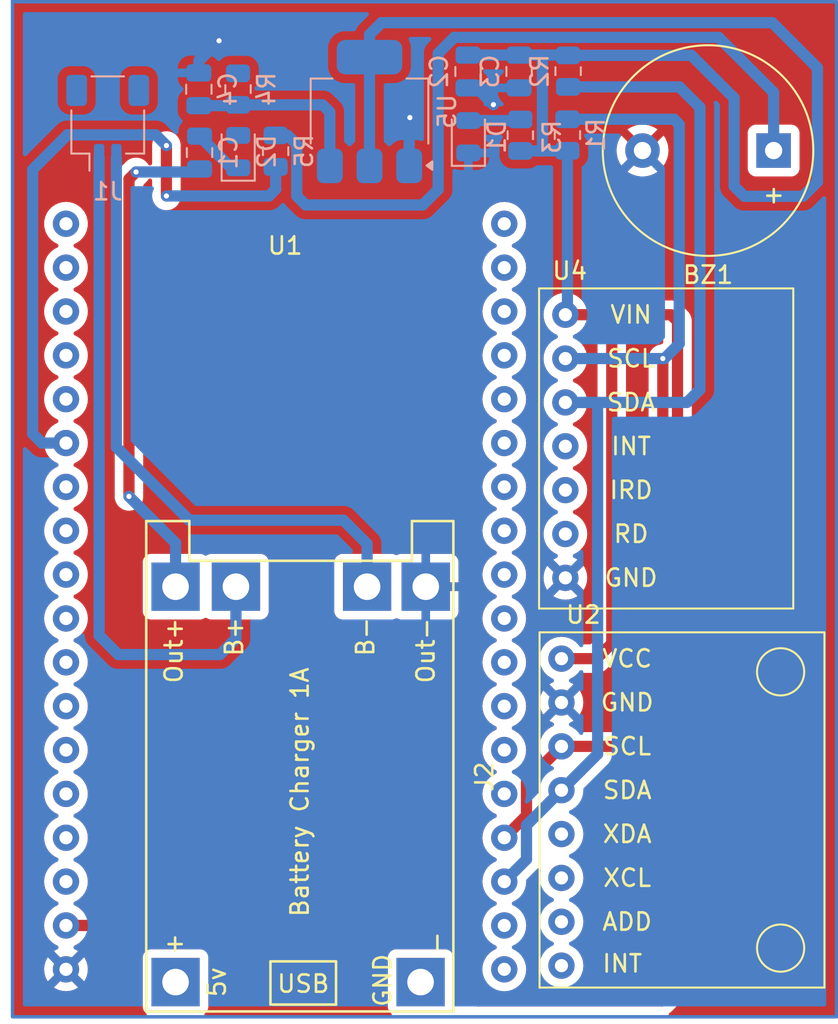
<source format=kicad_pcb>
(kicad_pcb (version 20240108) (generator "pcbnew") (generator_version "8.0")
  (layers (0 "F.Cu" signal) (31 "B.Cu" signal) (34 "B.Paste" user) (35 "F.Paste" user) (36 "B.SilkS" user "B.Silkscreen") (37 "F.SilkS" user "F.Silkscreen") (38 "B.Mask" user) (39 "F.Mask" user) (44 "Edge.Cuts" user))
  (net 0 "")
  (net 1 "+5V")
  (net 2 "GND_IN")
  (net 3 "+3.3V")
  (net 4 "Net-(D1-A)")
  (net 5 "SCL")
  (net 6 "SDA")
  (net 45 "Net-(D2-A)")
  (net 46 "Net-(BZ1-+)")
  (net 47 "Buzzer")
  (net 48 "OUT+")
  (net 49 "BAT+")
  (net 50 "BAT-")
  (net 51 "GND_OUT")
  (footprint "Buzzer_Beeper:Buzzer_12x9.5RM7.6" (layer "F.Cu") (at 112.07 62.65 180)
    (property "Reference" "BZ1" (at 3.8 -7.2 0) (layer "F.SilkS"))
    (property "Value" "Buzzer")
    (fp_circle (center 3.8 0) (end 9.9 0) (stroke (width 0.12)) (fill none) (layer "F.SilkS"))
    (fp_text user "+" (at -0.01 -2.54 0) (layer "F.SilkS"))
    (pad "1" thru_hole rect (at 0 0 180) (size 2 2) (drill 1) (layers "*.Cu" "*.Mask") (net 46 "Net-(BZ1-+)"))
    (pad "2" thru_hole circle (at 7.6 0 180) (size 2 2) (drill 1) (layers "*.Cu" "*.Mask") (net 51 "GND_OUT"))
  )
  (footprint "usini_sensors:module_mpu6050" (layer "F.Cu") (at 99.775 109.857)
    (property "Reference" "U2" (at 1.27 -20.32 0) (layer "F.SilkS"))
    (property "Value" "module_mpu6050")
    (fp_line (start -1.27 -19.304) (end 15.24 -19.304) (stroke (width 0.12)) (layer "F.SilkS"))
    (fp_line (start -1.27 1.27) (end -1.27 -19.304) (stroke (width 0.12)) (layer "F.SilkS"))
    (fp_line (start 15.24 -19.304) (end 15.24 1.27) (stroke (width 0.12)) (layer "F.SilkS"))
    (fp_line (start 15.24 1.27) (end -1.27 1.27) (stroke (width 0.12)) (layer "F.SilkS"))
    (fp_circle (center 12.7 -17.018) (end 13.208 -15.748) (stroke (width 0.12)) (fill none) (layer "F.SilkS"))
    (fp_circle (center 12.7 -1.016) (end 13.208 0.254) (stroke (width 0.12)) (fill none) (layer "F.SilkS"))
    (fp_text user "GND" (at 3.81 -15.24 0) (layer "F.SilkS"))
    (fp_text user "XCL" (at 3.81 -5.08 0) (layer "F.SilkS"))
    (fp_text user "XDA" (at 3.81 -7.62 0) (layer "F.SilkS"))
    (fp_text user "SDA" (at 3.81 -10.16 0) (layer "F.SilkS"))
    (fp_text user "ADD" (at 3.81 -2.54 0) (layer "F.SilkS"))
    (fp_text user "SCL" (at 3.81 -12.7 0) (layer "F.SilkS"))
    (fp_text user "VCC" (at 3.81 -17.78 0) (layer "F.SilkS"))
    (fp_text user "INT" (at 3.525 -0.117 0) (layer "F.SilkS"))
    (pad "1" thru_hole circle (at 0 -17.78) (size 1.524 1.524) (drill 0.762) (layers "*.Cu" "*.Mask") (net 3 "+3.3V"))
    (pad "2" thru_hole circle (at 0 -15.24) (size 1.524 1.524) (drill 0.762) (layers "*.Cu" "*.Mask") (net 51 "GND_OUT"))
    (pad "3" thru_hole circle (at 0 -12.7) (size 1.524 1.524) (drill 0.762) (layers "*.Cu" "*.Mask") (net 5 "SCL"))
    (pad "4" thru_hole circle (at 0 -10.16) (size 1.524 1.524) (drill 0.762) (layers "*.Cu" "*.Mask") (net 6 "SDA"))
    (pad "5" thru_hole circle (at 0 -7.62) (size 1.524 1.524) (drill 0.762) (layers "*.Cu" "*.Mask"))
    (pad "6" thru_hole circle (at 0 -5.08) (size 1.524 1.524) (drill 0.762) (layers "*.Cu" "*.Mask"))
    (pad "7" thru_hole circle (at 0 -2.54) (size 1.524 1.524) (drill 0.762) (layers "*.Cu" "*.Mask"))
    (pad "8" thru_hole circle (at 0 0) (size 1.524 1.524) (drill 0.762) (layers "*.Cu" "*.Mask"))
  )
  (footprint "usini_sensors:module_max30102" (layer "F.Cu") (at 97.461 89.937)
    (property "Reference" "U4" (at 2.794 -20.32 0) (layer "F.SilkS"))
    (property "Value" "module_max30102")
    (fp_line (start 1.016 -19.304) (end 15.748 -19.304) (stroke (width 0.12)) (layer "F.SilkS"))
    (fp_line (start 1.016 -0.762) (end 1.016 -19.304) (stroke (width 0.12)) (layer "F.SilkS"))
    (fp_line (start 15.748 -19.304) (end 15.748 -0.762) (stroke (width 0.12)) (layer "F.SilkS"))
    (fp_line (start 15.748 -0.762) (end 1.016 -0.762) (stroke (width 0.12)) (layer "F.SilkS"))
    (fp_text user "SDA" (at 6.35 -12.7 0) (layer "F.SilkS"))
    (fp_text user "VIN" (at 6.35 -17.78 0) (layer "F.SilkS"))
    (fp_text user "IRD" (at 6.35 -7.62 0) (layer "F.SilkS"))
    (fp_text user "GND" (at 6.35 -2.54 0) (layer "F.SilkS"))
    (fp_text user "RD" (at 6.35 -5.08 0) (layer "F.SilkS"))
    (fp_text user "SCL" (at 6.35 -15.24 0) (layer "F.SilkS"))
    (fp_text user "INT" (at 6.35 -10.16 0) (layer "F.SilkS"))
    (pad "1" thru_hole circle (at 2.54 -17.78) (size 1.524 1.524) (drill 0.762) (layers "*.Cu" "*.Mask") (net 3 "+3.3V"))
    (pad "2" thru_hole circle (at 2.54 -15.24) (size 1.524 1.524) (drill 0.762) (layers "*.Cu" "*.Mask") (net 5 "SCL"))
    (pad "3" thru_hole circle (at 2.54 -12.7) (size 1.524 1.524) (drill 0.762) (layers "*.Cu" "*.Mask") (net 6 "SDA"))
    (pad "4" thru_hole circle (at 2.54 -10.16) (size 1.524 1.524) (drill 0.762) (layers "*.Cu" "*.Mask"))
    (pad "5" thru_hole circle (at 2.54 -7.62) (size 1.524 1.524) (drill 0.762) (layers "*.Cu" "*.Mask"))
    (pad "6" thru_hole circle (at 2.54 -5.08) (size 1.524 1.524) (drill 0.762) (layers "*.Cu" "*.Mask"))
    (pad "7" thru_hole circle (at 2.54 -2.54) (size 1.524 1.524) (drill 0.762) (layers "*.Cu" "*.Mask") (net 51 "GND_OUT"))
  )
  (footprint "doit-esp32-devkit-kicad-master:ESP32-DOIT-DEVKIT" (layer "F.Cu") (at 83.76 64.35)
    (property "Reference" "U1" (at 0 3.81 0) (layer "F.SilkS"))
    (property "Value" "DOIT-ESP32-DEVKIT-V1")
    (pad "1" thru_hole circle (at -12.7 2.54) (size 1.524 1.524) (drill 0.762) (layers "*.Cu" "*.Mask"))
    (pad "2" thru_hole circle (at -12.7 5.08) (size 1.524 1.524) (drill 0.762) (layers "*.Cu" "*.Mask"))
    (pad "3" thru_hole circle (at -12.7 7.62) (size 1.524 1.524) (drill 0.762) (layers "*.Cu" "*.Mask"))
    (pad "4" thru_hole circle (at -12.7 10.16) (size 1.524 1.524) (drill 0.762) (layers "*.Cu" "*.Mask"))
    (pad "5" thru_hole circle (at -12.7 12.7) (size 1.524 1.524) (drill 0.762) (layers "*.Cu" "*.Mask"))
    (pad "6" thru_hole circle (at -12.7 15.24) (size 1.524 1.524) (drill 0.762) (layers "*.Cu" "*.Mask") (net 47 "Buzzer"))
    (pad "7" thru_hole circle (at -12.7 17.78) (size 1.524 1.524) (drill 0.762) (layers "*.Cu" "*.Mask"))
    (pad "8" thru_hole circle (at -12.7 20.32) (size 1.524 1.524) (drill 0.762) (layers "*.Cu" "*.Mask"))
    (pad "9" thru_hole circle (at -12.7 22.86) (size 1.524 1.524) (drill 0.762) (layers "*.Cu" "*.Mask"))
    (pad "10" thru_hole circle (at -12.7 25.4) (size 1.524 1.524) (drill 0.762) (layers "*.Cu" "*.Mask"))
    (pad "11" thru_hole circle (at -12.7 27.94) (size 1.524 1.524) (drill 0.762) (layers "*.Cu" "*.Mask"))
    (pad "12" thru_hole circle (at -12.7 30.48) (size 1.524 1.524) (drill 0.762) (layers "*.Cu" "*.Mask"))
    (pad "13" thru_hole circle (at -12.7 33.02) (size 1.524 1.524) (drill 0.762) (layers "*.Cu" "*.Mask"))
    (pad "14" thru_hole circle (at -12.7 35.56) (size 1.524 1.524) (drill 0.762) (layers "*.Cu" "*.Mask"))
    (pad "15" thru_hole circle (at -12.7 38.1) (size 1.524 1.524) (drill 0.762) (layers "*.Cu" "*.Mask"))
    (pad "16" thru_hole circle (at -12.7 40.64) (size 1.524 1.524) (drill 0.762) (layers "*.Cu" "*.Mask"))
    (pad "17" thru_hole circle (at -12.7 43.18) (size 1.524 1.524) (drill 0.762) (layers "*.Cu" "*.Mask") (net 3 "+3.3V"))
    (pad "18" thru_hole circle (at -12.7 45.72) (size 1.524 1.524) (drill 0.762) (layers "*.Cu" "*.Mask") (net 51 "GND_OUT"))
    (pad "19" thru_hole circle (at 12.7 45.72) (size 1.524 1.524) (drill 0.762) (layers "*.Cu" "*.Mask"))
    (pad "20" thru_hole circle (at 12.7 43.18) (size 1.524 1.524) (drill 0.762) (layers "*.Cu" "*.Mask"))
    (pad "21" thru_hole circle (at 12.7 40.64) (size 1.524 1.524) (drill 0.762) (layers "*.Cu" "*.Mask") (net 6 "SDA"))
    (pad "22" thru_hole circle (at 12.7 38.1) (size 1.524 1.524) (drill 0.762) (layers "*.Cu" "*.Mask") (net 5 "SCL"))
    (pad "23" thru_hole circle (at 12.7 35.56) (size 1.524 1.524) (drill 0.762) (layers "*.Cu" "*.Mask"))
    (pad "24" thru_hole circle (at 12.7 33.02) (size 1.524 1.524) (drill 0.762) (layers "*.Cu" "*.Mask"))
    (pad "25" thru_hole circle (at 12.7 30.48) (size 1.524 1.524) (drill 0.762) (layers "*.Cu" "*.Mask"))
    (pad "26" thru_hole circle (at 12.7 27.94) (size 1.524 1.524) (drill 0.762) (layers "*.Cu" "*.Mask"))
    (pad "27" thru_hole circle (at 12.7 25.4) (size 1.524 1.524) (drill 0.762) (layers "*.Cu" "*.Mask"))
    (pad "28" thru_hole circle (at 12.7 22.86) (size 1.524 1.524) (drill 0.762) (layers "*.Cu" "*.Mask"))
    (pad "29" thru_hole circle (at 12.7 20.32) (size 1.524 1.524) (drill 0.762) (layers "*.Cu" "*.Mask"))
    (pad "30" thru_hole circle (at 12.7 17.78) (size 1.524 1.524) (drill 0.762) (layers "*.Cu" "*.Mask"))
    (pad "31" thru_hole circle (at 12.7 15.24) (size 1.524 1.524) (drill 0.762) (layers "*.Cu" "*.Mask"))
    (pad "32" thru_hole circle (at 12.7 12.7) (size 1.524 1.524) (drill 0.762) (layers "*.Cu" "*.Mask"))
    (pad "33" thru_hole circle (at 12.7 10.16) (size 1.524 1.524) (drill 0.762) (layers "*.Cu" "*.Mask"))
    (pad "34" thru_hole circle (at 12.7 7.62) (size 1.524 1.524) (drill 0.762) (layers "*.Cu" "*.Mask"))
    (pad "35" thru_hole circle (at 12.7 5.08) (size 1.524 1.524) (drill 0.762) (layers "*.Cu" "*.Mask"))
    (pad "36" thru_hole circle (at 12.7 2.54) (size 1.524 1.524) (drill 0.762) (layers "*.Cu" "*.Mask"))
  )
  (footprint "TP4056-18650-master:TP4056-18650" (layer "F.Cu") (at 75.71 112.51 90)
    (property "Reference" "J2" (at 13.6 19.6 90) (layer "F.SilkS"))
    (property "Value" "Conn_01x06_Pin")
    (fp_line (start 28.4 0) (end 28.4 2.5) (stroke (width 0.15)) (layer "F.SilkS"))
    (fp_line (start 26.3 0) (end 28.4 0) (stroke (width 0.15)) (layer "F.SilkS"))
    (fp_line (start 0 0) (end 26.3 0) (stroke (width 0.15)) (layer "F.SilkS"))
    (fp_line (start 28.4 2.5) (end 26.1 2.5) (stroke (width 0.15)) (layer "F.SilkS"))
    (fp_line (start 26.1 2.5) (end 26.1 15.4) (stroke (width 0.15)) (layer "F.SilkS"))
    (fp_line (start 2.9 7.2) (end 2.9 11) (stroke (width 0.15)) (layer "F.SilkS"))
    (fp_line (start 0.4 7.2) (end 2.9 7.2) (stroke (width 0.15)) (layer "F.SilkS"))
    (fp_line (start 2.9 11) (end 0.4 11) (stroke (width 0.15)) (layer "F.SilkS"))
    (fp_line (start 0.4 11) (end 0.4 7.3) (stroke (width 0.15)) (layer "F.SilkS"))
    (fp_line (start 28.4 15.4) (end 28.4 15.7) (stroke (width 0.15)) (layer "F.SilkS"))
    (fp_line (start 26.3 15.4) (end 28.4 15.4) (stroke (width 0.15)) (layer "F.SilkS"))
    (fp_line (start 26.1 15.4) (end 26.4 15.4) (stroke (width 0.15)) (layer "F.SilkS"))
    (fp_line (start 28.4 15.7) (end 28.4 17.8) (stroke (width 0.15)) (layer "F.SilkS"))
    (fp_line (start 28.4 17.8) (end 0 17.8) (stroke (width 0.15)) (layer "F.SilkS"))
    (fp_line (start 0 17.8) (end 0 0) (stroke (width 0.15)) (layer "F.SilkS"))
    (fp_text user "Out-" (at 20.9 16.2 90) (layer "F.SilkS"))
    (fp_text user "Out+" (at 20.9 1.6 90) (layer "F.SilkS"))
    (fp_text user "5v" (at 1.7 4.1 90) (layer "F.SilkS"))
    (fp_text user "GND" (at 1.8 13.7 90) (layer "F.SilkS"))
    (fp_text user "B-" (at 21.7 12.7 90) (layer "F.SilkS"))
    (fp_text user "B+" (at 21.7 5.1 90) (layer "F.SilkS"))
    (fp_text user "Battery Charger 1A" (at 12.7 8.9 90) (layer "F.SilkS"))
    (fp_text user "-" (at 4 16.8 90) (layer "F.SilkS"))
    (fp_text user "USB" (at 1.6 9.1 360) (layer "F.SilkS"))
    (fp_text user "+" (at 3.9 1.6 90) (layer "F.SilkS"))
    (pad "1" thru_hole rect (at 1.7 1.7 90) (size 2.8 2.8) (drill 1.54) (layers "*.Cu" "*.Mask") (net 1 "+5V"))
    (pad "2" thru_hole rect (at 1.7 15.9 90) (size 2.8 2.8) (drill 1.54) (layers "*.Cu" "*.Mask") (net 2 "GND_IN"))
    (pad "3" thru_hole rect (at 24.6 1.7 90) (size 2.8 2.8) (drill 1.54) (layers "*.Cu" "*.Mask") (net 48 "OUT+"))
    (pad "4" thru_hole rect (at 24.6 16.2 90) (size 2.8 2.8) (drill 1.54) (layers "*.Cu" "*.Mask") (net 51 "GND_OUT"))
    (pad "5" thru_hole rect (at 24.6 5.2 90) (size 2.8 2.8) (drill 1.54) (layers "*.Cu" "*.Mask") (net 49 "BAT+"))
    (pad "6" thru_hole rect (at 24.6 12.8 90) (size 2.8 2.8) (drill 1.54) (layers "*.Cu" "*.Mask") (net 50 "BAT-"))
  )
  (footprint "Package_TO_SOT_SMD:SOT-223-3_TabPin2" (layer "B.Cu") (at 88.65 60.39 90)
    (property "Reference" "U5" (at 0 4.5 90) (layer "B.SilkS") (effects (justify mirror)))
    (property "Value" "AMS1117-3.3")
    (fp_line (start 1.91 -3.41) (end -1.85 -3.41) (stroke (width 0.12)) (layer "B.SilkS"))
    (fp_line (start 1.91 -2.15) (end 1.91 -3.41) (stroke (width 0.12)) (layer "B.SilkS"))
    (fp_line (start 1.91 2.15) (end 1.91 3.41) (stroke (width 0.12)) (layer "B.SilkS"))
    (fp_line (start 1.91 3.41) (end -1.85 3.41) (stroke (width 0.12)) (layer "B.SilkS"))
    (fp_poly (pts (xy -3.13 3.31) (xy -3.37 3.64) (xy -2.89 3.64) (xy -3.13 3.31)) (stroke (width 0.12)) (fill solid) (layer "B.SilkS"))
    (pad "1" smd roundrect (at -3.15 2.3 90) (size 2 1.5) (layers "B.Cu" "B.Paste" "B.Mask") (net 51 "GND_OUT"))
    (pad "2" smd roundrect (at -3.15 0 90) (size 2 1.5) (layers "B.Cu" "B.Paste" "B.Mask") (net 3 "+3.3V"))
    (pad "2" smd roundrect (at 3.15 0 90) (size 2 3.8) (layers "B.Cu" "B.Paste" "B.Mask") (net 3 "+3.3V"))
    (pad "3" smd roundrect (at -3.15 -2.3 90) (size 2 1.5) (layers "B.Cu" "B.Paste" "B.Mask") (net 48 "OUT+"))
  )
  (footprint "LED_SMD:LED_0805_2012Metric" (layer "B.Cu") (at 94.38 61.85 90)
    (property "Reference" "D1" (at 0 1.65 90) (layer "B.SilkS") (effects (justify mirror)))
    (property "Value" "LED")
    (fp_line (start 1 -0.96) (end -1.685 -0.96) (stroke (width 0.12)) (layer "B.SilkS"))
    (fp_line (start -1.685 -0.96) (end -1.685 0.96) (stroke (width 0.12)) (layer "B.SilkS"))
    (fp_line (start -1.685 0.96) (end 1 0.96) (stroke (width 0.12)) (layer "B.SilkS"))
    (pad "1" smd roundrect (at -0.9375 0 90) (size 0.975 1.4) (layers "B.Cu" "B.Paste" "B.Mask") (net 51 "GND_OUT"))
    (pad "2" smd roundrect (at 0.9375 0 90) (size 0.975 1.4) (layers "B.Cu" "B.Paste" "B.Mask") (net 4 "Net-(D1-A)"))
  )
  (footprint "LED_SMD:LED_0805_2012Metric" (layer "B.Cu") (at 81.04 62.71 90)
    (property "Reference" "D2" (at 0 1.65 90) (layer "B.SilkS") (effects (justify mirror)))
    (property "Value" "LED")
    (fp_line (start 1 -0.96) (end -1.685 -0.96) (stroke (width 0.12)) (layer "B.SilkS"))
    (fp_line (start -1.685 -0.96) (end -1.685 0.96) (stroke (width 0.12)) (layer "B.SilkS"))
    (fp_line (start -1.685 0.96) (end 1 0.96) (stroke (width 0.12)) (layer "B.SilkS"))
    (pad "1" smd roundrect (at -0.9375 0 90) (size 0.975 1.4) (layers "B.Cu" "B.Paste" "B.Mask") (net 51 "GND_OUT"))
    (pad "2" smd roundrect (at 0.9375 0 90) (size 0.975 1.4) (layers "B.Cu" "B.Paste" "B.Mask") (net 45 "Net-(D2-A)"))
  )
  (footprint "Capacitor_SMD:C_0805_2012Metric" (layer "B.Cu") (at 94.36 58.07 -90)
    (property "Reference" "C2" (at 0 1.68 90) (layer "B.SilkS") (effects (justify mirror)))
    (property "Value" "10uF")
    (fp_line (start 0.261252 0.735) (end -0.261252 0.735) (stroke (width 0.12)) (layer "B.SilkS"))
    (fp_line (start 0.261252 -0.735) (end -0.261252 -0.735) (stroke (width 0.12)) (layer "B.SilkS"))
    (pad "1" smd roundrect (at -0.95 0 270) (size 1 1.45) (layers "B.Cu" "B.Paste" "B.Mask") (net 3 "+3.3V"))
    (pad "2" smd roundrect (at 0.95 0 270) (size 1 1.45) (layers "B.Cu" "B.Paste" "B.Mask") (net 51 "GND_OUT"))
  )
  (footprint "Resistor_SMD:R_0805_2012Metric" (layer "B.Cu") (at 83.21 62.685 90)
    (property "Reference" "R5" (at 0 1.65 90) (layer "B.SilkS") (effects (justify mirror)))
    (property "Value" "R")
    (fp_line (start 0.227064 -0.735) (end -0.227064 -0.735) (stroke (width 0.12)) (layer "B.SilkS"))
    (fp_line (start 0.227064 0.735) (end -0.227064 0.735) (stroke (width 0.12)) (layer "B.SilkS"))
    (pad "1" smd roundrect (at -0.9125 0 90) (size 1.025 1.4) (layers "B.Cu" "B.Paste" "B.Mask") (roundrect_rratio 0.243902) (net 47 "Buzzer"))
    (pad "2" smd roundrect (at 0.9125 0 90) (size 1.025 1.4) (layers "B.Cu" "B.Paste" "B.Mask") (roundrect_rratio 0.243902) (net 46 "Net-(BZ1-+)"))
  )
  (footprint "Resistor_SMD:R_0805_2012Metric" (layer "B.Cu") (at 100.16 58.05 -90)
    (property "Reference" "R2" (at 0 1.65 90) (layer "B.SilkS") (effects (justify mirror)))
    (property "Value" "4k7")
    (fp_line (start 0.227064 0.735) (end -0.227064 0.735) (stroke (width 0.12)) (layer "B.SilkS"))
    (fp_line (start 0.227064 -0.735) (end -0.227064 -0.735) (stroke (width 0.12)) (layer "B.SilkS"))
    (pad "1" smd roundrect (at -0.9125 0 270) (size 1.025 1.4) (layers "B.Cu" "B.Paste" "B.Mask") (roundrect_rratio 0.243902) (net 3 "+3.3V"))
    (pad "2" smd roundrect (at 0.9125 0 270) (size 1.025 1.4) (layers "B.Cu" "B.Paste" "B.Mask") (roundrect_rratio 0.243902) (net 6 "SDA"))
  )
  (footprint "Capacitor_SMD:C_0805_2012Metric" (layer "B.Cu") (at 78.76 59.1 90)
    (property "Reference" "C4" (at 0 1.68 90) (layer "B.SilkS") (effects (justify mirror)))
    (property "Value" "10uF")
    (fp_line (start 0.261252 -0.735) (end -0.261252 -0.735) (stroke (width 0.12)) (layer "B.SilkS"))
    (fp_line (start 0.261252 0.735) (end -0.261252 0.735) (stroke (width 0.12)) (layer "B.SilkS"))
    (pad "1" smd roundrect (at -0.95 0 90) (size 1 1.45) (layers "B.Cu" "B.Paste" "B.Mask") (net 48 "OUT+"))
    (pad "2" smd roundrect (at 0.95 0 90) (size 1 1.45) (layers "B.Cu" "B.Paste" "B.Mask") (net 51 "GND_OUT"))
  )
  (footprint "Resistor_SMD:R_0805_2012Metric" (layer "B.Cu") (at 81.03 59.09 90)
    (property "Reference" "R4" (at 0 1.65 90) (layer "B.SilkS") (effects (justify mirror)))
    (property "Value" "1k")
    (fp_line (start 0.227064 -0.735) (end -0.227064 -0.735) (stroke (width 0.12)) (layer "B.SilkS"))
    (fp_line (start 0.227064 0.735) (end -0.227064 0.735) (stroke (width 0.12)) (layer "B.SilkS"))
    (pad "1" smd roundrect (at -0.9125 0 90) (size 1.025 1.4) (layers "B.Cu" "B.Paste" "B.Mask") (roundrect_rratio 0.243902) (net 48 "OUT+"))
    (pad "2" smd roundrect (at 0.9125 0 90) (size 1.025 1.4) (layers "B.Cu" "B.Paste" "B.Mask") (roundrect_rratio 0.243902) (net 45 "Net-(D2-A)"))
  )
  (footprint "Capacitor_SMD:C_0805_2012Metric" (layer "B.Cu") (at 78.8 62.765 90)
    (property "Reference" "C1" (at 0 1.68 90) (layer "B.SilkS") (effects (justify mirror)))
    (property "Value" "100nF")
    (fp_line (start 0.261252 -0.735) (end -0.261252 -0.735) (stroke (width 0.12)) (layer "B.SilkS"))
    (fp_line (start 0.261252 0.735) (end -0.261252 0.735) (stroke (width 0.12)) (layer "B.SilkS"))
    (pad "1" smd roundrect (at -0.95 0 90) (size 1 1.45) (layers "B.Cu" "B.Paste" "B.Mask") (net 48 "OUT+"))
    (pad "2" smd roundrect (at 0.95 0 90) (size 1 1.45) (layers "B.Cu" "B.Paste" "B.Mask") (net 51 "GND_OUT"))
  )
  (footprint "Resistor_SMD:R_0805_2012Metric" (layer "B.Cu") (at 100.12 61.75 90)
    (property "Reference" "R1" (at 0 1.65 90) (layer "B.SilkS") (effects (justify mirror)))
    (property "Value" "4k7")
    (fp_line (start 0.227064 -0.735) (end -0.227064 -0.735) (stroke (width 0.12)) (layer "B.SilkS"))
    (fp_line (start 0.227064 0.735) (end -0.227064 0.735) (stroke (width 0.12)) (layer "B.SilkS"))
    (pad "1" smd roundrect (at -0.9125 0 90) (size 1.025 1.4) (layers "B.Cu" "B.Paste" "B.Mask") (roundrect_rratio 0.243902) (net 3 "+3.3V"))
    (pad "2" smd roundrect (at 0.9125 0 90) (size 1.025 1.4) (layers "B.Cu" "B.Paste" "B.Mask") (roundrect_rratio 0.243902) (net 5 "SCL"))
  )
  (footprint "Capacitor_SMD:C_0805_2012Metric" (layer "B.Cu") (at 97.32 58.07 -90)
    (property "Reference" "C3" (at 0 1.68 90) (layer "B.SilkS") (effects (justify mirror)))
    (property "Value" "100nF")
    (fp_line (start 0.261252 0.735) (end -0.261252 0.735) (stroke (width 0.12)) (layer "B.SilkS"))
    (fp_line (start 0.261252 -0.735) (end -0.261252 -0.735) (stroke (width 0.12)) (layer "B.SilkS"))
    (pad "1" smd roundrect (at -0.95 0 270) (size 1 1.45) (layers "B.Cu" "B.Paste" "B.Mask") (net 3 "+3.3V"))
    (pad "2" smd roundrect (at 0.95 0 270) (size 1 1.45) (layers "B.Cu" "B.Paste" "B.Mask") (net 51 "GND_OUT"))
  )
  (footprint "Connector_JST:JST_SH_SM02B-SRSS-TB_1x02-1MP_P1.00mm_Horizontal" (layer "B.Cu") (at 73.48 61.04)
    (property "Reference" "J1" (at 0 3.98 0) (layer "B.SilkS") (effects (justify mirror)))
    (property "Value" "Conn_01x02_Pin")
    (fp_line (start -2.11 1.785) (end -2.11 -0.715) (stroke (width 0.12)) (layer "B.SilkS"))
    (fp_line (start -1.06 1.785) (end -2.11 1.785) (stroke (width 0.12)) (layer "B.SilkS"))
    (fp_line (start -1.06 2.775) (end -1.06 1.785) (stroke (width 0.12)) (layer "B.SilkS"))
    (fp_line (start 0.94 -2.685) (end -0.94 -2.685) (stroke (width 0.12)) (layer "B.SilkS"))
    (fp_line (start 1.06 1.785) (end 2.11 1.785) (stroke (width 0.12)) (layer "B.SilkS"))
    (fp_line (start 2.11 1.785) (end 2.11 -0.715) (stroke (width 0.12)) (layer "B.SilkS"))
    (pad "1" smd roundrect (at -0.5 2) (size 0.6 1.55) (layers "B.Cu" "B.Paste" "B.Mask") (net 49 "BAT+"))
    (pad "2" smd roundrect (at 0.5 2) (size 0.6 1.55) (layers "B.Cu" "B.Paste" "B.Mask") (net 50 "BAT-"))
    (pad "MP" smd roundrect (at -1.8 -1.875) (size 1.2 1.8) (layers "B.Cu" "B.Paste" "B.Mask") (roundrect_rratio 0.208333))
    (pad "MP" smd roundrect (at 1.8 -1.875) (size 1.2 1.8) (layers "B.Cu" "B.Paste" "B.Mask") (roundrect_rratio 0.208333))
  )
  (footprint "Resistor_SMD:R_0805_2012Metric" (layer "B.Cu") (at 97.39 61.76 90)
    (property "Reference" "R3" (at -0.0975 1.835 90) (layer "B.SilkS") (effects (justify mirror)))
    (property "Value" "1k")
    (fp_line (start 0.227064 -0.735) (end -0.227064 -0.735) (stroke (width 0.12)) (layer "B.SilkS"))
    (fp_line (start 0.227064 0.735) (end -0.227064 0.735) (stroke (width 0.12)) (layer "B.SilkS"))
    (pad "1" smd roundrect (at -0.9125 0 90) (size 1.025 1.4) (layers "B.Cu" "B.Paste" "B.Mask") (roundrect_rratio 0.243902) (net 3 "+3.3V"))
    (pad "2" smd roundrect (at 0.9125 0 90) (size 1.025 1.4) (layers "B.Cu" "B.Paste" "B.Mask") (roundrect_rratio 0.243902) (net 4 "Net-(D1-A)"))
  )
  (gr_rect (start 67.96 54.03) (end 115.72 112.82) (stroke (width 0.2)) (fill none) (layer "B.Cu"))
  (segment (start 93.6 107.53) (end 94.2 108.13) (width 0.65) (layer "F.Cu") (net 3))
  (segment (start 101.947 72.157) (end 102.69 72.9) (width 0.65) (layer "F.Cu") (net 3))
  (segment (start 102.69 91.2) (end 101.813 92.077) (width 0.65) (layer "F.Cu") (net 3))
  (segment (start 94.2 108.13) (end 94.2 111.15) (width 0.65) (layer "F.Cu") (net 3))
  (segment (start 94.2 111.15) (end 94.95 111.9) (width 0.65) (layer "F.Cu") (net 3))
  (segment (start 71.06 107.53) (end 93.6 107.53) (width 0.65) (layer "F.Cu") (net 3))
  (segment (start 102.69 72.9) (end 102.69 91.2) (width 0.65) (layer "F.Cu") (net 3))
  (segment (start 106.12 72.16) (end 101.95 72.16) (width 0.65) (layer "F.Cu") (net 3))
  (segment (start 106.5 110.99) (end 106.5 72.54) (width 0.65) (layer "F.Cu") (net 3))
  (segment (start 94.95 111.9) (end 105.59 111.9) (width 0.65) (layer "F.Cu") (net 3))
  (segment (start 100.001 72.157) (end 101.947 72.157) (width 0.65) (layer "F.Cu") (net 3))
  (segment (start 101.813 92.077) (end 99.775 92.077) (width 0.65) (layer "F.Cu") (net 3))
  (segment (start 106.5 72.54) (end 106.12 72.16) (width 0.65) (layer "F.Cu") (net 3))
  (segment (start 105.59 111.9) (end 106.5 110.99) (width 0.65) (layer "F.Cu") (net 3))
  (segment (start 101.95 72.16) (end 101.947 72.157) (width 0.65) (layer "F.Cu") (net 3))
  (segment (start 113.77 65.3) (end 110.37 65.3) (width 0.65) (layer "B.Cu") (net 3))
  (segment (start 98.64 62.6725) (end 100.11 62.6725) (width 0.65) (layer "B.Cu") (net 3))
  (segment (start 100.11 62.6725) (end 100.12 62.6625) (width 0.65) (layer "B.Cu") (net 3))
  (segment (start 100.1425 57.12) (end 100.16 57.1375) (width 0.65) (layer "B.Cu") (net 3))
  (segment (start 88.65 57.24) (end 88.65 55.94) (width 0.65) (layer "B.Cu") (net 3))
  (segment (start 100.001 71.831) (end 100.12 71.712) (width 0.65) (layer "B.Cu") (net 3))
  (segment (start 109.78 59.61) (end 107.3075 57.1375) (width 0.65) (layer "B.Cu") (net 3))
  (segment (start 97.32 57.12) (end 98.67 57.12) (width 0.65) (layer "B.Cu") (net 3))
  (segment (start 114.61 57.86) (end 114.61 64.46) (width 0.65) (layer "B.Cu") (net 3))
  (segment (start 94.36 57.12) (end 97.32 57.12) (width 0.65) (layer "B.Cu") (net 3))
  (segment (start 110.37 65.3) (end 109.78 64.71) (width 0.65) (layer "B.Cu") (net 3))
  (segment (start 98.67 62.6425) (end 98.64 62.6725) (width 0.65) (layer "B.Cu") (net 3))
  (segment (start 98.67 57.12) (end 100.1425 57.12) (width 0.65) (layer "B.Cu") (net 3))
  (segment (start 88.65 63.54) (end 88.65 57.24) (width 0.65) (layer "B.Cu") (net 3))
  (segment (start 107.3075 57.1375) (end 100.16 57.1375) (width 0.65) (layer "B.Cu") (net 3))
  (segment (start 89.345001 55.244999) (end 111.994999 55.244999) (width 0.65) (layer "B.Cu") (net 3))
  (segment (start 97.39 62.6725) (end 98.64 62.6725) (width 0.65) (layer "B.Cu") (net 3))
  (segment (start 88.65 55.94) (end 89.345001 55.244999) (width 0.65) (layer "B.Cu") (net 3))
  (segment (start 98.67 57.12) (end 98.67 62.6425) (width 0.65) (layer "B.Cu") (net 3))
  (segment (start 100.12 71.712) (end 100.12 62.6625) (width 0.65) (layer "B.Cu") (net 3))
  (segment (start 100.001 72.157) (end 100.001 71.831) (width 0.65) (layer "B.Cu") (net 3))
  (segment (start 111.994999 55.244999) (end 114.61 57.86) (width 0.65) (layer "B.Cu") (net 3))
  (segment (start 109.78 64.71) (end 109.78 59.61) (width 0.65) (layer "B.Cu") (net 3))
  (segment (start 114.61 64.46) (end 113.77 65.3) (width 0.65) (layer "B.Cu") (net 3))
  (segment (start 94.38 60.9125) (end 97.325 60.9125) (width 0.65) (layer "B.Cu") (net 4))
  (segment (start 97.325 60.9125) (end 97.39 60.8475) (width 0.65) (layer "B.Cu") (net 4))
  (segment (start 97.747 101.163) (end 97.747 99.185) (width 0.65) (layer "F.Cu") (net 5))
  (segment (start 96.46 102.45) (end 97.747 101.163) (width 0.65) (layer "F.Cu") (net 5))
  (segment (start 105.65 95.92) (end 104.35 97.22) (width 0.65) (layer "F.Cu") (net 5))
  (segment (start 97.747 99.185) (end 99.775 97.157) (width 0.65) (layer "F.Cu") (net 5))
  (segment (start 104.413 97.157) (end 105.65 95.92) (width 0.65) (layer "F.Cu") (net 5))
  (segment (start 99.775 97.157) (end 104.413 97.157) (width 0.65) (layer "F.Cu") (net 5))
  (segment (start 105.65 74.697) (end 105.65 95.92) (width 0.65) (layer "F.Cu") (net 5))
  (via (at 105.65 74.697) (size 0.6) (drill 0.3) (layers "F.Cu" "B.Cu") (net 5))
  (segment (start 100.12 60.8375) (end 106.2975 60.8375) (width 0.65) (layer "B.Cu") (net 5))
  (segment (start 105.743 74.697) (end 105.65 74.697) (width 0.65) (layer "B.Cu") (net 5))
  (segment (start 105.65 74.697) (end 100.001 74.697) (width 0.65) (layer "B.Cu") (net 5))
  (segment (start 106.6 73.84) (end 105.743 74.697) (width 0.65) (layer "B.Cu") (net 5))
  (segment (start 106.6 61.14) (end 106.6 73.84) (width 0.65) (layer "B.Cu") (net 5))
  (segment (start 106.2975 60.8375) (end 106.6 61.14) (width 0.65) (layer "B.Cu") (net 5))
  (segment (start 107.8 60.15) (end 107.8 76.49) (width 0.65) (layer "B.Cu") (net 6))
  (segment (start 100.16 58.9625) (end 106.6125 58.9625) (width 0.65) (layer "B.Cu") (net 6))
  (segment (start 107.053 77.237) (end 100.001 77.237) (width 0.65) (layer "B.Cu") (net 6))
  (segment (start 101.87 97.602) (end 99.775 99.697) (width 0.65) (layer "B.Cu") (net 6))
  (segment (start 101.87 77.237) (end 101.87 97.602) (width 0.65) (layer "B.Cu") (net 6))
  (segment (start 97.747 101.725) (end 99.775 99.697) (width 0.65) (layer "B.Cu") (net 6))
  (segment (start 107.8 76.49) (end 107.053 77.237) (width 0.65) (layer "B.Cu") (net 6))
  (segment (start 106.6125 58.9625) (end 107.8 60.15) (width 0.65) (layer "B.Cu") (net 6))
  (segment (start 97.747 103.703) (end 97.747 101.725) (width 0.65) (layer "B.Cu") (net 6))
  (segment (start 96.46 104.99) (end 97.747 103.703) (width 0.65) (layer "B.Cu") (net 6))
  (segment (start 100.001 77.237) (end 101.87 77.237) (width 0.65) (layer "B.Cu") (net 6))
  (segment (start 112.07 59.28) (end 112.07 62.65) (width 0.65) (layer "B.Cu") (net 46))
  (segment (start 84.435 65.285) (end 84.95 65.8) (width 0.65) (layer "B.Cu") (net 46))
  (segment (start 108.885 56.095) (end 112.07 59.28) (width 0.65) (layer "B.Cu") (net 46))
  (segment (start 92.63 64.9) (end 92.63 57.022056) (width 0.65) (layer "B.Cu") (net 46))
  (segment (start 84.435 62.295) (end 84.435 65.285) (width 0.65) (layer "B.Cu") (net 46))
  (segment (start 91.73 65.8) (end 92.63 64.9) (width 0.65) (layer "B.Cu") (net 46))
  (segment (start 93.557056 56.095) (end 108.885 56.095) (width 0.65) (layer "B.Cu") (net 46))
  (segment (start 92.63 57.022056) (end 93.557056 56.095) (width 0.65) (layer "B.Cu") (net 46))
  (segment (start 83.21 61.7725) (end 83.9125 61.7725) (width 0.65) (layer "B.Cu") (net 46))
  (segment (start 84.95 65.8) (end 91.73 65.8) (width 0.65) (layer "B.Cu") (net 46))
  (segment (start 83.9125 61.7725) (end 84.435 62.295) (width 0.65) (layer "B.Cu") (net 46))
  (segment (start 76.88 62.36) (end 76.88 65.28) (width 0.65) (layer "F.Cu") (net 47))
  (via (at 76.88 62.36) (size 0.6) (drill 0.3) (layers "F.Cu" "B.Cu") (net 47))
  (via (at 76.88 65.28) (size 0.6) (drill 0.3) (layers "F.Cu" "B.Cu") (net 47))
  (segment (start 69.13 63.75) (end 71.14 61.74) (width 0.65) (layer "B.Cu") (net 47))
  (segment (start 69.13 79.05) (end 69.13 63.75) (width 0.65) (layer "B.Cu") (net 47))
  (segment (start 76.88 65.28) (end 82.82 65.28) (width 0.65) (layer "B.Cu") (net 47))
  (segment (start 76.26 61.74) (end 76.88 62.36) (width 0.65) (layer "B.Cu") (net 47))
  (segment (start 71.14 61.74) (end 76.26 61.74) (width 0.65) (layer "B.Cu") (net 47))
  (segment (start 83.22 64.88) (end 83.21 64.87) (width 0.65) (layer "B.Cu") (net 47))
  (segment (start 69.67 79.59) (end 69.13 79.05) (width 0.65) (layer "B.Cu") (net 47))
  (segment (start 82.82 65.28) (end 83.22 64.88) (width 0.65) (layer "B.Cu") (net 47))
  (segment (start 83.21 64.87) (end 83.21 63.5975) (width 0.65) (layer "B.Cu") (net 47))
  (segment (start 71.06 79.59) (end 69.67 79.59) (width 0.65) (layer "B.Cu") (net 47))
  (segment (start 74.71 82.68) (end 74.71 64.3) (width 0.65) (layer "F.Cu") (net 48))
  (segment (start 74.71 64.3) (end 75.12 63.89) (width 0.65) (layer "F.Cu") (net 48))
  (via (at 75.12 63.89) (size 0.6) (drill 0.3) (layers "F.Cu" "B.Cu") (net 48))
  (via (at 74.71 82.68) (size 0.6) (drill 0.3) (layers "F.Cu" "B.Cu") (net 48))
  (segment (start 77.41 85.38) (end 74.71 82.68) (width 0.65) (layer "B.Cu") (net 48))
  (segment (start 75.12 63.89) (end 78.625 63.89) (width 0.65) (layer "B.Cu") (net 48))
  (segment (start 85.9325 60.0025) (end 86.35 60.42) (width 0.65) (layer "B.Cu") (net 48))
  (segment (start 78.76 60.05) (end 80.9825 60.05) (width 0.65) (layer "B.Cu") (net 48))
  (segment (start 81.03 60.0025) (end 85.9325 60.0025) (width 0.65) (layer "B.Cu") (net 48))
  (segment (start 77.41 87.91) (end 77.41 85.38) (width 0.65) (layer "B.Cu") (net 48))
  (segment (start 80.9825 60.05) (end 81.03 60.0025) (width 0.65) (layer "B.Cu") (net 48))
  (segment (start 78.625 63.89) (end 78.8 63.715) (width 0.65) (layer "B.Cu") (net 48))
  (segment (start 86.35 60.42) (end 86.35 63.54) (width 0.65) (layer "B.Cu") (net 48))
  (segment (start 74.09 91.84) (end 79.98 91.84) (width 0.65) (layer "B.Cu") (net 49))
  (segment (start 79.98 91.84) (end 80.91 90.91) (width 0.65) (layer "B.Cu") (net 49))
  (segment (start 72.98 90.73) (end 74.09 91.84) (width 0.65) (layer "B.Cu") (net 49))
  (segment (start 80.91 90.91) (end 80.91 87.91) (width 0.65) (layer "B.Cu") (net 49))
  (segment (start 72.98 63.04) (end 72.98 90.73) (width 0.65) (layer "B.Cu") (net 49))
  (segment (start 88.51 85.43) (end 88.51 87.91) (width 0.65) (layer "B.Cu") (net 50))
  (segment (start 73.98 63.04) (end 73.98 79.83) (width 0.65) (layer "B.Cu") (net 50))
  (segment (start 87.14 84.06) (end 88.51 85.43) (width 0.65) (layer "B.Cu") (net 50))
  (segment (start 73.98 79.83) (end 78.21 84.06) (width 0.65) (layer "B.Cu") (net 50))
  (segment (start 78.21 84.06) (end 87.14 84.06) (width 0.65) (layer "B.Cu") (net 50))
  (via (at 79.93 56.29) (size 0.6) (drill 0.3) (layers "F.Cu" "B.Cu") (net 51))
  (via (at 95.83 59.99) (size 0.6) (drill 0.3) (layers "F.Cu" "B.Cu") (net 51))
  (via (at 90.99 60.74) (size 0.6) (drill 0.3) (layers "F.Cu" "B.Cu") (net 51))
  (segment (start 78.76 58.15) (end 78.76 57.46) (width 0.65) (layer "B.Cu") (net 51))
  (segment (start 94.36 59.02) (end 94.86 59.02) (width 0.65) (layer "B.Cu") (net 51))
  (segment (start 78.76 57.46) (end 79.93 56.29) (width 0.65) (layer "B.Cu") (net 51))
  (segment (start 94.86 59.02) (end 95.83 59.99) (width 0.65) (layer "B.Cu") (net 51))
  (segment (start 90.95 60.78) (end 90.99 60.74) (width 0.65) (layer "B.Cu") (net 51))
  (segment (start 90.95 63.54) (end 90.95 60.78) (width 0.65) (layer "B.Cu") (net 51))
  (segment (start 81.04 63.6475) (end 80.6325 63.6475) (width 0.65) (layer "B.Cu") (net 51))
  (segment (start 80.6325 63.6475) (end 78.8 61.815) (width 0.65) (layer "B.Cu") (net 51))
  (zone (net 51) (net_name "GND_OUT") (layers "F&B.Cu") (connect_pads (clearance 0.5)) (min_thickness 0.25) (fill yes (thermal_gap 0.5) (thermal_bridge_width 0.5))
    (polygon (pts (xy 67.96 54.03) (xy 115.72 54.03) (xy 115.72 112.82) (xy 67.96 112.82)))
  )
)
</source>
